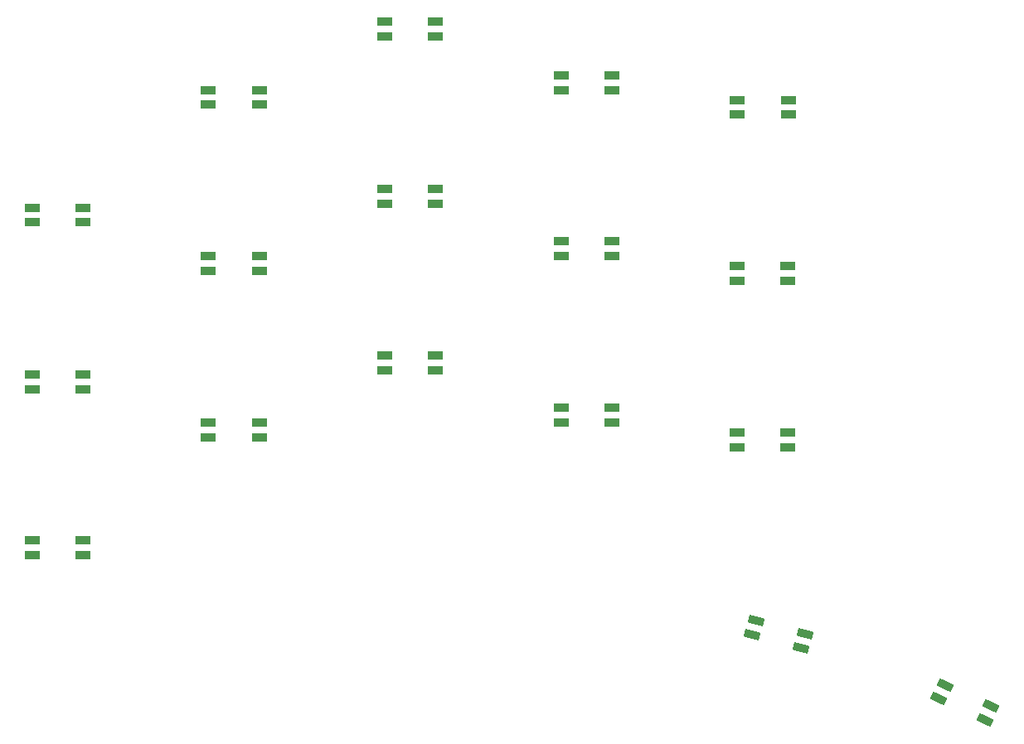
<source format=gbr>
%TF.GenerationSoftware,KiCad,Pcbnew,(6.0.0)*%
%TF.CreationDate,2022-05-06T00:59:20-07:00*%
%TF.ProjectId,half-swept,68616c66-2d73-4776-9570-742e6b696361,rev?*%
%TF.SameCoordinates,Original*%
%TF.FileFunction,Paste,Bot*%
%TF.FilePolarity,Positive*%
%FSLAX46Y46*%
G04 Gerber Fmt 4.6, Leading zero omitted, Abs format (unit mm)*
G04 Created by KiCad (PCBNEW (6.0.0)) date 2022-05-06 00:59:20*
%MOMM*%
%LPD*%
G01*
G04 APERTURE LIST*
G04 Aperture macros list*
%AMRoundRect*
0 Rectangle with rounded corners*
0 $1 Rounding radius*
0 $2 $3 $4 $5 $6 $7 $8 $9 X,Y pos of 4 corners*
0 Add a 4 corners polygon primitive as box body*
4,1,4,$2,$3,$4,$5,$6,$7,$8,$9,$2,$3,0*
0 Add four circle primitives for the rounded corners*
1,1,$1+$1,$2,$3*
1,1,$1+$1,$4,$5*
1,1,$1+$1,$6,$7*
1,1,$1+$1,$8,$9*
0 Add four rect primitives between the rounded corners*
20,1,$1+$1,$2,$3,$4,$5,0*
20,1,$1+$1,$4,$5,$6,$7,0*
20,1,$1+$1,$6,$7,$8,$9,0*
20,1,$1+$1,$8,$9,$2,$3,0*%
G04 Aperture macros list end*
%ADD10RoundRect,0.082000X-0.608642X0.502656X-0.778427X-0.130992X0.608642X-0.502656X0.778427X0.130992X0*%
%ADD11RoundRect,0.082000X-0.718000X0.328000X-0.718000X-0.328000X0.718000X-0.328000X0.718000X0.328000X0*%
%ADD12RoundRect,0.082000X-0.512110X0.600709X-0.789348X0.006171X0.512110X-0.600709X0.789348X-0.006171X0*%
G04 APERTURE END LIST*
D10*
%TO.C,D12*%
X98639976Y-78820968D03*
X98251748Y-80269857D03*
X93228933Y-78923998D03*
X93617162Y-77475109D03*
%TD*%
D11*
%TO.C,D16*%
X42919658Y-23249387D03*
X42919658Y-24749387D03*
X37719658Y-24749387D03*
X37719658Y-23249387D03*
%TD*%
%TO.C,D8*%
X60919654Y-50383387D03*
X60919654Y-51883387D03*
X55719654Y-51883387D03*
X55719654Y-50383387D03*
%TD*%
%TO.C,D2*%
X60919655Y-16249388D03*
X60919655Y-17749388D03*
X55719655Y-17749388D03*
X55719655Y-16249388D03*
%TD*%
D12*
%TO.C,D15*%
X117642935Y-86216582D03*
X117009007Y-87576044D03*
X112296207Y-85378429D03*
X112930134Y-84018967D03*
%TD*%
D11*
%TO.C,D11*%
X78919656Y-55717389D03*
X78919656Y-57217389D03*
X73719656Y-57217389D03*
X73719656Y-55717389D03*
%TD*%
%TO.C,D14*%
X78919658Y-38699390D03*
X78919658Y-40199390D03*
X73719658Y-40199390D03*
X73719658Y-38699390D03*
%TD*%
%TO.C,D10*%
X42919655Y-57241386D03*
X42919655Y-58741386D03*
X37719655Y-58741386D03*
X37719655Y-57241386D03*
%TD*%
%TO.C,D1*%
X24919655Y-35249388D03*
X24919655Y-36749388D03*
X19719655Y-36749388D03*
X19719655Y-35249388D03*
%TD*%
%TO.C,D9*%
X96899658Y-58257388D03*
X96899658Y-59757388D03*
X91699658Y-59757388D03*
X91699658Y-58257388D03*
%TD*%
%TO.C,D17*%
X78919655Y-21749387D03*
X78919655Y-23249387D03*
X73719655Y-23249387D03*
X73719655Y-21749387D03*
%TD*%
%TO.C,D4*%
X24919653Y-52299388D03*
X24919653Y-53799388D03*
X19719653Y-53799388D03*
X19719653Y-52299388D03*
%TD*%
%TO.C,D3*%
X96919655Y-24249388D03*
X96919655Y-25749388D03*
X91719655Y-25749388D03*
X91719655Y-24249388D03*
%TD*%
%TO.C,D7*%
X24919656Y-69249388D03*
X24919656Y-70749388D03*
X19719656Y-70749388D03*
X19719656Y-69249388D03*
%TD*%
%TO.C,D5*%
X60919658Y-33365387D03*
X60919658Y-34865387D03*
X55719658Y-34865387D03*
X55719658Y-33365387D03*
%TD*%
%TO.C,D6*%
X96899655Y-41239388D03*
X96899655Y-42739388D03*
X91699655Y-42739388D03*
X91699655Y-41239388D03*
%TD*%
%TO.C,D13*%
X42919656Y-40223388D03*
X42919656Y-41723388D03*
X37719656Y-41723388D03*
X37719656Y-40223388D03*
%TD*%
M02*

</source>
